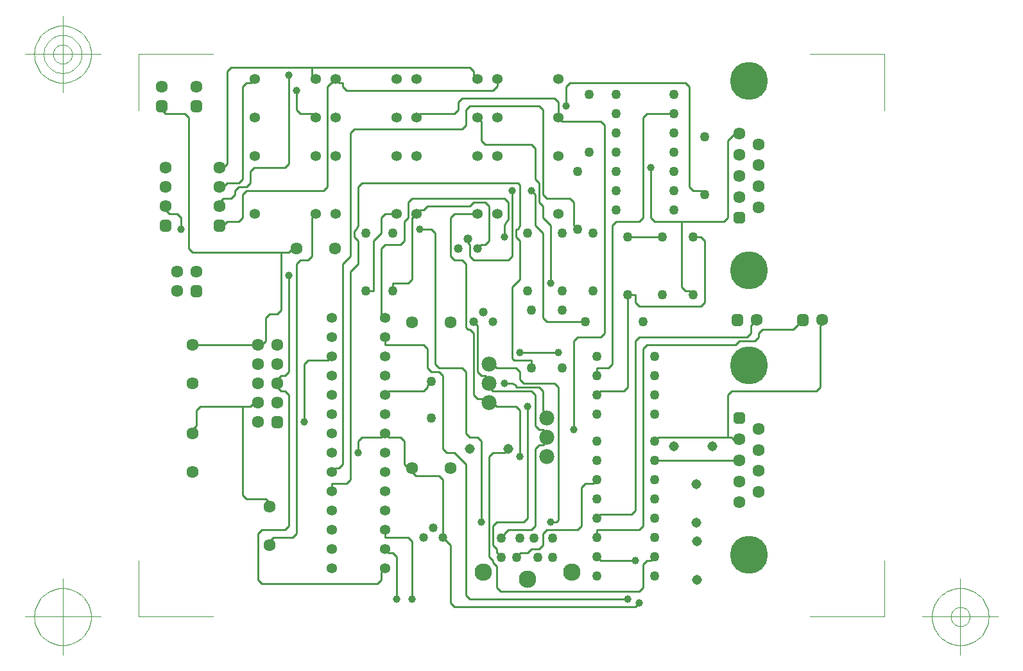
<source format=gbr>
G04 Generated by Ultiboard *
%FSLAX25Y25*%
%MOIN*%

%ADD14C,0.01000*%
%ADD13C,0.00394*%
%ADD15C,0.03937*%
%ADD23C,0.05000*%
%ADD26C,0.05337*%
%ADD19C,0.07834*%
%ADD16C,0.04943*%
%ADD17C,0.09055*%
%ADD18C,0.06334*%
%ADD24R,0.02083X0.02083*%
%ADD25C,0.03917*%
%ADD27C,0.04666*%
%ADD28C,0.05166*%
%ADD20C,0.19666*%
%ADD21R,0.02667X0.02667*%
%ADD22C,0.03333*%


%LNCopper Bottom*%
%LPD*%
%FSLAX25Y25*%
%MOIN*%
G54D14*
X250000Y312000D02*
X254000Y308000D01*
X254000Y322000D02*
X252000Y324000D01*
X252000Y324000D02*
X252000Y334000D01*
X252000Y334000D02*
X250000Y336000D01*
X260000Y378000D02*
X212000Y378000D01*
X260000Y230000D02*
X244000Y230000D01*
X298000Y118000D02*
X216000Y118000D01*
X302000Y114000D02*
X208000Y114000D01*
X254000Y206000D02*
X252000Y206000D01*
X252000Y206000D02*
X250000Y208000D01*
X254000Y198000D02*
X252000Y198000D01*
X252000Y198000D02*
X250000Y196000D01*
X262000Y246000D02*
X242000Y246000D01*
X254000Y226000D02*
X252000Y228000D01*
X252000Y228000D02*
X241000Y228000D01*
X254000Y146000D02*
X252000Y144000D01*
X252000Y144000D02*
X248000Y144000D01*
X254000Y372000D02*
X252000Y374000D01*
X252000Y374000D02*
X216000Y374000D01*
X304000Y122000D02*
X232000Y122000D01*
X198000Y240000D02*
X198000Y308000D01*
X218000Y256000D02*
X218000Y224000D01*
X126000Y292000D02*
X126000Y152000D01*
X172000Y250000D02*
X172000Y254000D01*
X110000Y264000D02*
X110000Y252000D01*
X110000Y252000D02*
X108000Y250000D01*
X220000Y236000D02*
X220000Y260000D01*
X238000Y243000D02*
X238000Y280000D01*
X154000Y288000D02*
X154000Y180000D01*
X122000Y286000D02*
X122000Y236000D01*
X150000Y292000D02*
X150000Y188000D01*
X126000Y152000D02*
X124000Y150000D01*
X168000Y126000D02*
X108000Y126000D01*
X108000Y126000D02*
X106000Y128000D01*
X98000Y172000D02*
X98000Y218000D01*
X122000Y156000D02*
X122000Y224000D01*
X120000Y154000D02*
X122000Y156000D01*
X108000Y154000D02*
X120000Y154000D01*
X106000Y128000D02*
X106000Y152000D01*
X106000Y152000D02*
X108000Y154000D01*
X124000Y150000D02*
X114000Y150000D01*
X114000Y150000D02*
X112000Y148000D01*
X112000Y148000D02*
X112000Y146000D01*
X112000Y168000D02*
X110000Y170000D01*
X110000Y170000D02*
X100000Y170000D01*
X100000Y170000D02*
X98000Y172000D01*
X112000Y166000D02*
X112000Y168000D01*
X102000Y218000D02*
X76000Y218000D01*
X106000Y250000D02*
X72000Y250000D01*
X74000Y208000D02*
X72000Y206000D01*
X72000Y206000D02*
X72000Y204000D01*
X76000Y218000D02*
X74000Y216000D01*
X74000Y216000D02*
X74000Y208000D01*
X106000Y220000D02*
X104000Y220000D01*
X104000Y220000D02*
X102000Y218000D01*
X108000Y250000D02*
X106000Y250000D01*
X122000Y236000D02*
X120000Y234000D01*
X122000Y224000D02*
X120000Y226000D01*
X120000Y226000D02*
X118000Y226000D01*
X118000Y226000D02*
X116000Y228000D01*
X116000Y228000D02*
X116000Y230000D01*
X120000Y234000D02*
X118000Y234000D01*
X118000Y234000D02*
X116000Y232000D01*
X116000Y232000D02*
X116000Y230000D01*
X214000Y120000D02*
X214000Y188000D01*
X178000Y118000D02*
X178000Y140000D01*
X206000Y116000D02*
X206000Y146000D01*
X186000Y118000D02*
X186000Y148000D01*
X170000Y128000D02*
X168000Y126000D01*
X230000Y124000D02*
X230000Y135000D01*
X208000Y114000D02*
X206000Y116000D01*
X216000Y118000D02*
X214000Y120000D01*
X232000Y122000D02*
X230000Y124000D01*
X192000Y250000D02*
X172000Y250000D01*
X200000Y182000D02*
X188000Y182000D01*
X188000Y182000D02*
X186000Y184000D01*
X192000Y226000D02*
X174000Y226000D01*
X184000Y186000D02*
X182000Y188000D01*
X182000Y188000D02*
X182000Y200000D01*
X150000Y188000D02*
X148000Y186000D01*
X144441Y178000D02*
X144441Y174000D01*
X154000Y180000D02*
X152000Y178000D01*
X152000Y178000D02*
X144441Y178000D01*
X148000Y186000D02*
X146000Y186000D01*
X146000Y186000D02*
X146000Y185559D01*
X146000Y185559D02*
X144441Y184000D01*
X176000Y142000D02*
X174000Y142000D01*
X174000Y142000D02*
X172000Y144000D01*
X184000Y150000D02*
X172000Y150000D01*
X172000Y150000D02*
X172000Y154000D01*
X172000Y134000D02*
X170000Y132000D01*
X170000Y132000D02*
X170000Y128000D01*
X178000Y140000D02*
X176000Y142000D01*
X186000Y148000D02*
X184000Y150000D01*
X186000Y184000D02*
X186000Y186000D01*
X186000Y186000D02*
X184000Y186000D01*
X160000Y202000D02*
X158000Y200000D01*
X158000Y200000D02*
X158000Y194000D01*
X130000Y240000D02*
X130000Y210000D01*
X144441Y244000D02*
X142441Y242000D01*
X142441Y242000D02*
X132000Y242000D01*
X132000Y242000D02*
X130000Y240000D01*
X180000Y202000D02*
X174000Y202000D01*
X174000Y202000D02*
X172000Y204000D01*
X172000Y204000D02*
X170000Y202000D01*
X170000Y202000D02*
X160000Y202000D01*
X182000Y200000D02*
X180000Y202000D01*
X174000Y226000D02*
X172000Y224000D01*
X222000Y158000D02*
X222000Y200000D01*
X214000Y188000D02*
X208000Y194000D01*
X250000Y196000D02*
X250000Y156000D01*
X246000Y218000D02*
X246000Y160000D01*
X226000Y140000D02*
X226000Y192000D01*
X202000Y150000D02*
X202000Y180000D01*
X206000Y146000D02*
X202000Y150000D01*
X202000Y180000D02*
X200000Y182000D01*
X250000Y156000D02*
X248000Y154000D01*
X246000Y160000D02*
X244000Y158000D01*
X244000Y158000D02*
X230000Y158000D01*
X230000Y158000D02*
X228000Y156000D01*
X228000Y156000D02*
X228000Y146000D01*
X248000Y154000D02*
X236000Y154000D01*
X236000Y154000D02*
X234000Y152000D01*
X230000Y144000D02*
X230000Y142000D01*
X230000Y142000D02*
X230315Y142000D01*
X230315Y142000D02*
X232409Y139906D01*
X230000Y135000D02*
X228000Y137000D01*
X228000Y137000D02*
X228000Y138000D01*
X228000Y138000D02*
X226000Y140000D01*
X234000Y152000D02*
X234000Y151339D01*
X234000Y151339D02*
X232409Y149748D01*
X228000Y146000D02*
X230000Y144000D01*
X248000Y144000D02*
X246000Y142000D01*
X246000Y142000D02*
X242000Y142000D01*
X242000Y142000D02*
X242000Y141583D01*
X242000Y141583D02*
X240323Y139906D01*
X222000Y200000D02*
X220000Y202000D01*
X220000Y202000D02*
X216000Y202000D01*
X218000Y224000D02*
X220000Y222000D01*
X220000Y222000D02*
X222000Y222000D01*
X222000Y234000D02*
X220000Y236000D01*
X214000Y204000D02*
X214000Y236000D01*
X202000Y196000D02*
X202000Y234000D01*
X208000Y194000D02*
X204000Y194000D01*
X204000Y194000D02*
X202000Y196000D01*
X216000Y202000D02*
X214000Y204000D01*
X212000Y238000D02*
X200000Y238000D01*
X202000Y234000D02*
X200000Y236000D01*
X200000Y236000D02*
X196000Y236000D01*
X196000Y236000D02*
X194000Y238000D01*
X196000Y231167D02*
X194000Y229167D01*
X194000Y229167D02*
X194000Y228000D01*
X194000Y228000D02*
X192000Y226000D01*
X200000Y238000D02*
X198000Y240000D01*
X194000Y238000D02*
X194000Y248000D01*
X194000Y248000D02*
X192000Y250000D01*
X214000Y236000D02*
X212000Y238000D01*
X230000Y218000D02*
X228000Y220000D01*
X228000Y220000D02*
X226000Y220000D01*
X222000Y222000D02*
X224000Y220000D01*
X224000Y220000D02*
X226000Y220000D01*
X250000Y208000D02*
X250000Y224000D01*
X240000Y218000D02*
X230000Y218000D01*
X234000Y194000D02*
X236000Y196000D01*
X226000Y192000D02*
X228000Y194000D01*
X228000Y194000D02*
X234000Y194000D01*
X242000Y192000D02*
X242000Y216000D01*
X242000Y216000D02*
X240000Y218000D01*
X240000Y238000D02*
X230000Y238000D01*
X248000Y226000D02*
X228000Y226000D01*
X238000Y230000D02*
X234000Y230000D01*
X226000Y230000D02*
X226000Y232000D01*
X226000Y232000D02*
X224000Y234000D01*
X224000Y234000D02*
X222000Y234000D01*
X228000Y226000D02*
X226000Y228000D01*
X226000Y228000D02*
X226000Y230000D01*
X230000Y238000D02*
X228000Y240000D01*
X228000Y240000D02*
X226000Y240000D01*
X242000Y232000D02*
X242000Y236000D01*
X242000Y236000D02*
X240000Y238000D01*
X244000Y230000D02*
X242000Y232000D01*
X250000Y224000D02*
X248000Y226000D01*
X241000Y228000D02*
X240000Y228000D01*
X240000Y228000D02*
X240000Y229000D01*
X240000Y229000D02*
X238000Y230000D01*
X248000Y238000D02*
X248000Y242000D01*
X248000Y242000D02*
X239000Y242000D01*
X239000Y242000D02*
X238000Y243000D01*
X134000Y394000D02*
X92000Y394000D01*
X128000Y370000D02*
X126000Y372000D01*
X126000Y372000D02*
X126000Y382000D01*
X128000Y294000D02*
X126000Y292000D01*
X126000Y300000D02*
X124000Y300000D01*
X140000Y330000D02*
X100000Y330000D01*
X90000Y392000D02*
X90000Y344000D01*
X98000Y384000D02*
X98000Y336000D01*
X122000Y390000D02*
X122000Y344000D01*
X68000Y370000D02*
X58000Y370000D01*
X66000Y316000D02*
X64000Y318000D01*
X64000Y318000D02*
X60000Y318000D01*
X60000Y318000D02*
X58000Y320000D01*
X58000Y320000D02*
X58000Y322000D01*
X58000Y370000D02*
X56000Y372000D01*
X56000Y372000D02*
X56000Y374000D01*
X70000Y300000D02*
X70000Y368000D01*
X66000Y310000D02*
X66000Y316000D01*
X98000Y328000D02*
X98000Y316000D01*
X98000Y316000D02*
X96000Y314000D01*
X96000Y314000D02*
X90000Y314000D01*
X90000Y314000D02*
X88000Y312000D01*
X118000Y298000D02*
X72000Y298000D01*
X72000Y298000D02*
X70000Y300000D01*
X88000Y312000D02*
X86000Y312000D01*
X118000Y298000D02*
X118000Y268000D01*
X112000Y266000D02*
X110000Y264000D01*
X118000Y268000D02*
X116000Y266000D01*
X116000Y266000D02*
X112000Y266000D01*
X124000Y300000D02*
X122000Y298000D01*
X122000Y298000D02*
X118000Y298000D01*
X96000Y334000D02*
X90000Y334000D01*
X96000Y332000D02*
X94000Y330000D01*
X94000Y330000D02*
X94000Y328000D01*
X94000Y328000D02*
X92000Y326000D01*
X90000Y334000D02*
X88000Y332000D01*
X88000Y332000D02*
X86000Y332000D01*
X92000Y326000D02*
X88000Y326000D01*
X88000Y326000D02*
X86000Y324000D01*
X86000Y324000D02*
X86000Y322000D01*
X90000Y344000D02*
X88000Y342000D01*
X88000Y342000D02*
X86000Y342000D01*
X70000Y368000D02*
X68000Y370000D01*
X120000Y342000D02*
X104000Y342000D01*
X100000Y330000D02*
X98000Y328000D01*
X102000Y334000D02*
X100000Y332000D01*
X100000Y332000D02*
X96000Y332000D01*
X98000Y336000D02*
X96000Y334000D01*
X104000Y342000D02*
X102000Y340000D01*
X102000Y340000D02*
X102000Y334000D01*
X122000Y344000D02*
X120000Y342000D01*
X92000Y394000D02*
X90000Y392000D01*
X104567Y388000D02*
X102567Y386000D01*
X102567Y386000D02*
X100000Y386000D01*
X100000Y386000D02*
X98000Y384000D01*
X212000Y378000D02*
X210000Y376000D01*
X142000Y384000D02*
X142000Y332000D01*
X190567Y370000D02*
X188567Y368000D01*
X196000Y310000D02*
X190000Y310000D01*
X188567Y318000D02*
X186567Y316000D01*
X190567Y320000D02*
X188567Y318000D01*
X241000Y334000D02*
X160000Y334000D01*
X212000Y362000D02*
X156000Y362000D01*
X234000Y326000D02*
X186000Y326000D01*
X186567Y316000D02*
X186000Y316000D01*
X186000Y316000D02*
X186000Y284000D01*
X136063Y318000D02*
X134063Y316000D01*
X134063Y316000D02*
X134000Y316000D01*
X134000Y316000D02*
X134000Y296000D01*
X158000Y332000D02*
X158000Y312000D01*
X172000Y318000D02*
X170000Y316000D01*
X170000Y316000D02*
X170000Y308000D01*
X154000Y360000D02*
X154000Y296000D01*
X184000Y324000D02*
X184000Y316000D01*
X184000Y316000D02*
X182000Y314000D01*
X182000Y314000D02*
X182000Y304000D01*
X158000Y312000D02*
X157000Y310000D01*
X157000Y310000D02*
X156000Y309000D01*
X156000Y309000D02*
X156000Y306000D01*
X156000Y306000D02*
X158000Y304000D01*
X158000Y304000D02*
X158000Y292000D01*
X158000Y292000D02*
X154000Y288000D01*
X134000Y296000D02*
X132000Y294000D01*
X132000Y294000D02*
X128000Y294000D01*
X154000Y296000D02*
X150000Y292000D01*
X186000Y284000D02*
X184000Y282000D01*
X184000Y282000D02*
X176000Y282000D01*
X176000Y282000D02*
X176000Y278000D01*
X166000Y304000D02*
X166000Y278000D01*
X170000Y300000D02*
X170000Y266000D01*
X170000Y266000D02*
X172000Y264000D01*
X166000Y278000D02*
X162000Y278000D01*
X180000Y302000D02*
X172000Y302000D01*
X172000Y302000D02*
X170000Y300000D01*
X170000Y308000D02*
X166000Y304000D01*
X182000Y304000D02*
X180000Y302000D01*
X160000Y334000D02*
X158000Y332000D01*
X156000Y362000D02*
X154000Y360000D01*
X142000Y332000D02*
X140000Y330000D01*
X136063Y368000D02*
X134063Y370000D01*
X134063Y370000D02*
X128000Y370000D01*
X178063Y318000D02*
X172000Y318000D01*
X186000Y326000D02*
X184000Y324000D01*
X250000Y328000D02*
X250000Y312000D01*
X208000Y318000D02*
X206000Y316000D01*
X206000Y316000D02*
X206000Y296000D01*
X238000Y330000D02*
X238000Y296000D01*
X226000Y304000D02*
X226000Y322000D01*
X242000Y312000D02*
X242000Y333000D01*
X234000Y312000D02*
X235000Y314000D01*
X235000Y314000D02*
X236000Y315000D01*
X236000Y315000D02*
X236000Y324000D01*
X236000Y294000D02*
X218000Y294000D01*
X220000Y260000D02*
X218000Y262000D01*
X220000Y300000D02*
X222000Y302000D01*
X214000Y292000D02*
X214000Y259000D01*
X214000Y259000D02*
X215000Y258000D01*
X215000Y258000D02*
X216000Y258000D01*
X216000Y258000D02*
X218000Y256000D01*
X206000Y296000D02*
X208000Y294000D01*
X198000Y308000D02*
X196000Y310000D01*
X216000Y296000D02*
X216000Y302000D01*
X208000Y294000D02*
X212000Y294000D01*
X212000Y294000D02*
X214000Y292000D01*
X218000Y294000D02*
X216000Y296000D01*
X216000Y302000D02*
X215000Y303000D01*
X215000Y303000D02*
X215000Y305000D01*
X238000Y280000D02*
X242000Y284000D01*
X242000Y284000D02*
X242000Y304000D01*
X238000Y296000D02*
X236000Y294000D01*
X222000Y302000D02*
X224000Y302000D01*
X224000Y302000D02*
X226000Y304000D01*
X234000Y306000D02*
X234000Y312000D01*
X242000Y304000D02*
X240000Y306000D01*
X240000Y306000D02*
X240000Y309000D01*
X240000Y309000D02*
X240000Y310000D01*
X240000Y310000D02*
X241000Y310000D01*
X241000Y310000D02*
X242000Y312000D01*
X222000Y366063D02*
X220063Y368000D01*
X220063Y318000D02*
X208000Y318000D01*
X224000Y324000D02*
X218000Y324000D01*
X216000Y322000D02*
X194000Y322000D01*
X194000Y322000D02*
X192000Y320000D01*
X192000Y320000D02*
X190567Y320000D01*
X218000Y324000D02*
X216000Y322000D01*
X208000Y370000D02*
X190567Y370000D01*
X214000Y364000D02*
X212000Y362000D01*
X210000Y376000D02*
X210000Y372000D01*
X210000Y372000D02*
X208000Y370000D01*
X216000Y374000D02*
X214000Y372000D01*
X214000Y372000D02*
X214000Y364000D01*
X250000Y336000D02*
X250000Y352000D01*
X236000Y324000D02*
X234000Y326000D01*
X226000Y322000D02*
X224000Y324000D01*
X248000Y330000D02*
X250000Y328000D01*
X242000Y333000D02*
X241000Y334000D01*
X248000Y354000D02*
X224000Y354000D01*
X222000Y356000D02*
X222000Y366063D01*
X224000Y354000D02*
X222000Y356000D01*
X250000Y352000D02*
X248000Y354000D01*
X228000Y382000D02*
X152000Y382000D01*
X216000Y394000D02*
X134000Y394000D01*
X144000Y386000D02*
X142000Y384000D01*
X134000Y390000D02*
X134000Y394000D01*
X136063Y388000D02*
X134063Y390000D01*
X134063Y390000D02*
X134000Y390000D01*
X152000Y382000D02*
X150000Y384000D01*
X150000Y384000D02*
X150000Y386000D01*
X150000Y386000D02*
X148567Y386000D01*
X148567Y386000D02*
X146567Y388000D01*
X146567Y388000D02*
X144567Y386000D01*
X144567Y386000D02*
X144000Y386000D01*
X220063Y388000D02*
X218063Y390000D01*
X218000Y392000D02*
X216000Y394000D01*
X218063Y390000D02*
X218000Y390000D01*
X218000Y390000D02*
X218000Y392000D01*
X230567Y388000D02*
X230567Y384567D01*
X230567Y384567D02*
X228000Y382000D01*
X366000Y254000D02*
X364000Y252000D01*
X364000Y252000D02*
X356000Y252000D01*
X356000Y252000D02*
X354000Y250000D01*
X298000Y276000D02*
X298000Y228000D01*
X398000Y260000D02*
X398000Y228000D01*
X304000Y254000D02*
X302000Y252000D01*
X302000Y252000D02*
X302000Y164000D01*
X290000Y312000D02*
X290000Y240000D01*
X272000Y254000D02*
X270000Y252000D01*
X270000Y252000D02*
X270000Y206000D01*
X396000Y226000D02*
X352000Y226000D01*
X306000Y136000D02*
X306000Y124000D01*
X304000Y116000D02*
X302000Y114000D01*
X306000Y124000D02*
X304000Y122000D01*
X354000Y250000D02*
X308000Y250000D01*
X352000Y190000D02*
X312000Y190000D01*
X352000Y202000D02*
X314000Y202000D01*
X314000Y202000D02*
X312000Y200000D01*
X306000Y248000D02*
X306000Y156000D01*
X262000Y159000D02*
X262000Y228000D01*
X304000Y154000D02*
X282000Y154000D01*
X282000Y154000D02*
X282000Y150000D01*
X300000Y162000D02*
X284000Y162000D01*
X284000Y162000D02*
X282000Y160000D01*
X282000Y140000D02*
X284000Y138000D01*
X284000Y138000D02*
X302000Y138000D01*
X282000Y180000D02*
X280000Y178000D01*
X258000Y158000D02*
X261000Y158000D01*
X261000Y158000D02*
X262000Y159000D01*
X274000Y176000D02*
X274000Y156000D01*
X274000Y156000D02*
X272000Y154000D01*
X272000Y154000D02*
X256000Y154000D01*
X256000Y154000D02*
X254000Y152000D01*
X254000Y152000D02*
X254000Y146000D01*
X280000Y178000D02*
X276000Y178000D01*
X276000Y178000D02*
X274000Y176000D01*
X306000Y156000D02*
X304000Y154000D01*
X312000Y140000D02*
X310000Y138000D01*
X310000Y138000D02*
X308000Y138000D01*
X308000Y138000D02*
X306000Y136000D01*
X302000Y164000D02*
X300000Y162000D01*
X296000Y226000D02*
X284000Y226000D01*
X284000Y226000D02*
X282000Y224000D01*
X288000Y238000D02*
X282000Y238000D01*
X282000Y238000D02*
X282000Y234000D01*
X254000Y216000D02*
X254000Y226000D01*
X256000Y202000D02*
X256000Y204000D01*
X256000Y204000D02*
X254000Y206000D01*
X256000Y202000D02*
X256000Y200000D01*
X256000Y200000D02*
X254000Y198000D01*
X256000Y212000D02*
X256000Y214000D01*
X256000Y214000D02*
X254000Y216000D01*
X262000Y228000D02*
X260000Y230000D01*
X298000Y228000D02*
X296000Y226000D01*
X290000Y240000D02*
X288000Y238000D01*
X308000Y250000D02*
X306000Y248000D01*
X356000Y190167D02*
X352167Y190167D01*
X352167Y190167D02*
X352000Y190000D01*
X350000Y224000D02*
X350000Y202000D01*
X356000Y201083D02*
X352917Y201083D01*
X352917Y201083D02*
X352000Y202000D01*
X352000Y226000D02*
X350000Y224000D01*
X398000Y228000D02*
X396000Y226000D01*
X384000Y258000D02*
X368000Y258000D01*
X330000Y332000D02*
X330000Y384000D01*
X266000Y384000D02*
X266000Y374000D01*
X262000Y376000D02*
X260000Y378000D01*
X360000Y254000D02*
X304000Y254000D01*
X348000Y314000D02*
X312000Y314000D01*
X336000Y270000D02*
X304000Y270000D01*
X322000Y370000D02*
X308000Y370000D01*
X316000Y306000D02*
X298000Y306000D01*
X258000Y312000D02*
X254000Y316000D01*
X254000Y316000D02*
X254000Y322000D01*
X312000Y314000D02*
X310000Y316000D01*
X310000Y316000D02*
X310000Y342000D01*
X306000Y368000D02*
X306000Y316000D01*
X306000Y316000D02*
X304000Y314000D01*
X304000Y314000D02*
X292000Y314000D01*
X292000Y314000D02*
X290000Y312000D01*
X286000Y364000D02*
X286000Y256000D01*
X270000Y312000D02*
X270000Y324000D01*
X286000Y256000D02*
X284000Y254000D01*
X284000Y254000D02*
X272000Y254000D01*
X254000Y308000D02*
X254000Y264000D01*
X258000Y282000D02*
X258000Y312000D01*
X256000Y262000D02*
X276000Y262000D01*
X254000Y264000D02*
X256000Y262000D01*
X272000Y310000D02*
X270000Y312000D01*
X302000Y276000D02*
X298000Y276000D01*
X304000Y270000D02*
X302000Y272000D01*
X302000Y272000D02*
X302000Y276000D01*
X264000Y366000D02*
X284000Y366000D01*
X284000Y366000D02*
X286000Y364000D01*
X254000Y328000D02*
X254000Y372000D01*
X270000Y324000D02*
X268000Y326000D01*
X268000Y326000D02*
X256000Y326000D01*
X256000Y326000D02*
X254000Y328000D01*
X262063Y368000D02*
X262063Y371937D01*
X262063Y371937D02*
X262000Y372000D01*
X262000Y372000D02*
X262000Y376000D01*
X262063Y368000D02*
X264000Y366063D01*
X264000Y366063D02*
X264000Y366000D01*
X308000Y370000D02*
X306000Y368000D01*
X326000Y280000D02*
X326000Y314000D01*
X350000Y356000D02*
X350000Y316000D01*
X350000Y316000D02*
X348000Y314000D01*
X338000Y304000D02*
X338000Y272000D01*
X332000Y276000D02*
X330000Y278000D01*
X330000Y278000D02*
X328000Y278000D01*
X328000Y278000D02*
X326000Y280000D01*
X338000Y272000D02*
X336000Y270000D01*
X332000Y306000D02*
X336000Y306000D01*
X336000Y306000D02*
X338000Y304000D01*
X365000Y263000D02*
X362000Y260000D01*
X362000Y260000D02*
X362000Y256000D01*
X362000Y256000D02*
X360000Y254000D01*
X368000Y258000D02*
X366000Y256000D01*
X366000Y256000D02*
X366000Y254000D01*
X336000Y330000D02*
X332000Y330000D01*
X332000Y330000D02*
X330000Y332000D01*
X338000Y328000D02*
X336000Y330000D01*
X356000Y359667D02*
X353667Y359667D01*
X353667Y359667D02*
X350000Y356000D01*
X328000Y386000D02*
X268000Y386000D01*
X268000Y386000D02*
X266000Y384000D01*
X330000Y384000D02*
X328000Y386000D01*
X389000Y263000D02*
X386000Y260000D01*
X386000Y260000D02*
X384000Y258000D01*
X399000Y263000D02*
X399000Y261000D01*
X399000Y261000D02*
X398000Y260000D01*
G54D13*
X44000Y108994D02*
X44000Y138194D01*
X44000Y108994D02*
X82751Y108994D01*
X431507Y108994D02*
X392757Y108994D01*
X431507Y108994D02*
X431507Y138194D01*
X431507Y401000D02*
X431507Y371799D01*
X431507Y401000D02*
X392757Y401000D01*
X44000Y401000D02*
X82751Y401000D01*
X44000Y401000D02*
X44000Y371799D01*
X24315Y108994D02*
X-15055Y108994D01*
X4630Y89309D02*
X4630Y128679D01*
X19394Y108994D02*
X19323Y110441D01*
X19323Y110441D02*
X19110Y111874D01*
X19110Y111874D02*
X18758Y113279D01*
X18758Y113279D02*
X18270Y114644D01*
X18270Y114644D02*
X17650Y115953D01*
X17650Y115953D02*
X16906Y117196D01*
X16906Y117196D02*
X16042Y118360D01*
X16042Y118360D02*
X15069Y119433D01*
X15069Y119433D02*
X13996Y120406D01*
X13996Y120406D02*
X12832Y121269D01*
X12832Y121269D02*
X11590Y122014D01*
X11590Y122014D02*
X10280Y122634D01*
X10280Y122634D02*
X8916Y123122D01*
X8916Y123122D02*
X7510Y123474D01*
X7510Y123474D02*
X6077Y123686D01*
X6077Y123686D02*
X4630Y123757D01*
X4630Y123757D02*
X3183Y123686D01*
X3183Y123686D02*
X1750Y123474D01*
X1750Y123474D02*
X344Y123122D01*
X344Y123122D02*
X-1020Y122634D01*
X-1020Y122634D02*
X-2330Y122014D01*
X-2330Y122014D02*
X-3572Y121269D01*
X-3572Y121269D02*
X-4736Y120406D01*
X-4736Y120406D02*
X-5810Y119433D01*
X-5810Y119433D02*
X-6783Y118360D01*
X-6783Y118360D02*
X-7646Y117196D01*
X-7646Y117196D02*
X-8391Y115953D01*
X-8391Y115953D02*
X-9010Y114644D01*
X-9010Y114644D02*
X-9498Y113279D01*
X-9498Y113279D02*
X-9850Y111874D01*
X-9850Y111874D02*
X-10063Y110441D01*
X-10063Y110441D02*
X-10134Y108994D01*
X-10134Y108994D02*
X-10063Y107547D01*
X-10063Y107547D02*
X-9850Y106113D01*
X-9850Y106113D02*
X-9498Y104708D01*
X-9498Y104708D02*
X-9010Y103344D01*
X-9010Y103344D02*
X-8391Y102034D01*
X-8391Y102034D02*
X-7646Y100791D01*
X-7646Y100791D02*
X-6783Y99628D01*
X-6783Y99628D02*
X-5810Y98554D01*
X-5810Y98554D02*
X-4736Y97581D01*
X-4736Y97581D02*
X-3572Y96718D01*
X-3572Y96718D02*
X-2330Y95973D01*
X-2330Y95973D02*
X-1020Y95354D01*
X-1020Y95354D02*
X344Y94866D01*
X344Y94866D02*
X1750Y94514D01*
X1750Y94514D02*
X3183Y94301D01*
X3183Y94301D02*
X4630Y94230D01*
X4630Y94230D02*
X6077Y94301D01*
X6077Y94301D02*
X7510Y94514D01*
X7510Y94514D02*
X8916Y94866D01*
X8916Y94866D02*
X10280Y95354D01*
X10280Y95354D02*
X11590Y95973D01*
X11590Y95973D02*
X12832Y96718D01*
X12832Y96718D02*
X13996Y97581D01*
X13996Y97581D02*
X15069Y98554D01*
X15069Y98554D02*
X16042Y99628D01*
X16042Y99628D02*
X16906Y100791D01*
X16906Y100791D02*
X17650Y102034D01*
X17650Y102034D02*
X18270Y103344D01*
X18270Y103344D02*
X18758Y104708D01*
X18758Y104708D02*
X19110Y106113D01*
X19110Y106113D02*
X19323Y107547D01*
X19323Y107547D02*
X19394Y108994D01*
X451193Y108994D02*
X490563Y108994D01*
X470878Y89309D02*
X470878Y128679D01*
X485641Y108994D02*
X485570Y110441D01*
X485570Y110441D02*
X485358Y111874D01*
X485358Y111874D02*
X485006Y113279D01*
X485006Y113279D02*
X484518Y114644D01*
X484518Y114644D02*
X483898Y115953D01*
X483898Y115953D02*
X483153Y117196D01*
X483153Y117196D02*
X482290Y118360D01*
X482290Y118360D02*
X481317Y119433D01*
X481317Y119433D02*
X480244Y120406D01*
X480244Y120406D02*
X479080Y121269D01*
X479080Y121269D02*
X477837Y122014D01*
X477837Y122014D02*
X476527Y122634D01*
X476527Y122634D02*
X475163Y123122D01*
X475163Y123122D02*
X473758Y123474D01*
X473758Y123474D02*
X472325Y123686D01*
X472325Y123686D02*
X470878Y123757D01*
X470878Y123757D02*
X469430Y123686D01*
X469430Y123686D02*
X467997Y123474D01*
X467997Y123474D02*
X466592Y123122D01*
X466592Y123122D02*
X465228Y122634D01*
X465228Y122634D02*
X463918Y122014D01*
X463918Y122014D02*
X462675Y121269D01*
X462675Y121269D02*
X461512Y120406D01*
X461512Y120406D02*
X460438Y119433D01*
X460438Y119433D02*
X459465Y118360D01*
X459465Y118360D02*
X458602Y117196D01*
X458602Y117196D02*
X457857Y115953D01*
X457857Y115953D02*
X457238Y114644D01*
X457238Y114644D02*
X456750Y113279D01*
X456750Y113279D02*
X456397Y111874D01*
X456397Y111874D02*
X456185Y110441D01*
X456185Y110441D02*
X456114Y108994D01*
X456114Y108994D02*
X456185Y107547D01*
X456185Y107547D02*
X456397Y106113D01*
X456397Y106113D02*
X456750Y104708D01*
X456750Y104708D02*
X457238Y103344D01*
X457238Y103344D02*
X457857Y102034D01*
X457857Y102034D02*
X458602Y100791D01*
X458602Y100791D02*
X459465Y99628D01*
X459465Y99628D02*
X460438Y98554D01*
X460438Y98554D02*
X461512Y97581D01*
X461512Y97581D02*
X462675Y96718D01*
X462675Y96718D02*
X463918Y95973D01*
X463918Y95973D02*
X465228Y95354D01*
X465228Y95354D02*
X466592Y94866D01*
X466592Y94866D02*
X467997Y94514D01*
X467997Y94514D02*
X469430Y94301D01*
X469430Y94301D02*
X470878Y94230D01*
X470878Y94230D02*
X472325Y94301D01*
X472325Y94301D02*
X473758Y94514D01*
X473758Y94514D02*
X475163Y94866D01*
X475163Y94866D02*
X476527Y95354D01*
X476527Y95354D02*
X477837Y95973D01*
X477837Y95973D02*
X479080Y96718D01*
X479080Y96718D02*
X480244Y97581D01*
X480244Y97581D02*
X481317Y98554D01*
X481317Y98554D02*
X482290Y99628D01*
X482290Y99628D02*
X483153Y100791D01*
X483153Y100791D02*
X483898Y102034D01*
X483898Y102034D02*
X484518Y103344D01*
X484518Y103344D02*
X485006Y104708D01*
X485006Y104708D02*
X485358Y106113D01*
X485358Y106113D02*
X485570Y107547D01*
X485570Y107547D02*
X485641Y108994D01*
X475799Y108994D02*
X475775Y109476D01*
X475775Y109476D02*
X475704Y109954D01*
X475704Y109954D02*
X475587Y110422D01*
X475587Y110422D02*
X475424Y110877D01*
X475424Y110877D02*
X475218Y111314D01*
X475218Y111314D02*
X474969Y111728D01*
X474969Y111728D02*
X474682Y112116D01*
X474682Y112116D02*
X474357Y112474D01*
X474357Y112474D02*
X474000Y112798D01*
X474000Y112798D02*
X473612Y113086D01*
X473612Y113086D02*
X473197Y113334D01*
X473197Y113334D02*
X472761Y113540D01*
X472761Y113540D02*
X472306Y113703D01*
X472306Y113703D02*
X471838Y113820D01*
X471838Y113820D02*
X471360Y113891D01*
X471360Y113891D02*
X470878Y113915D01*
X470878Y113915D02*
X470395Y113891D01*
X470395Y113891D02*
X469917Y113820D01*
X469917Y113820D02*
X469449Y113703D01*
X469449Y113703D02*
X468994Y113540D01*
X468994Y113540D02*
X468558Y113334D01*
X468558Y113334D02*
X468143Y113086D01*
X468143Y113086D02*
X467756Y112798D01*
X467756Y112798D02*
X467398Y112474D01*
X467398Y112474D02*
X467073Y112116D01*
X467073Y112116D02*
X466786Y111728D01*
X466786Y111728D02*
X466537Y111314D01*
X466537Y111314D02*
X466331Y110877D01*
X466331Y110877D02*
X466168Y110422D01*
X466168Y110422D02*
X466051Y109954D01*
X466051Y109954D02*
X465980Y109476D01*
X465980Y109476D02*
X465956Y108994D01*
X465956Y108994D02*
X465980Y108511D01*
X465980Y108511D02*
X466051Y108034D01*
X466051Y108034D02*
X466168Y107565D01*
X466168Y107565D02*
X466331Y107110D01*
X466331Y107110D02*
X466537Y106674D01*
X466537Y106674D02*
X466786Y106260D01*
X466786Y106260D02*
X467073Y105872D01*
X467073Y105872D02*
X467398Y105514D01*
X467398Y105514D02*
X467756Y105190D01*
X467756Y105190D02*
X468143Y104902D01*
X468143Y104902D02*
X468558Y104654D01*
X468558Y104654D02*
X468994Y104447D01*
X468994Y104447D02*
X469449Y104284D01*
X469449Y104284D02*
X469917Y104167D01*
X469917Y104167D02*
X470395Y104096D01*
X470395Y104096D02*
X470878Y104072D01*
X470878Y104072D02*
X471360Y104096D01*
X471360Y104096D02*
X471838Y104167D01*
X471838Y104167D02*
X472306Y104284D01*
X472306Y104284D02*
X472761Y104447D01*
X472761Y104447D02*
X473197Y104654D01*
X473197Y104654D02*
X473612Y104902D01*
X473612Y104902D02*
X474000Y105190D01*
X474000Y105190D02*
X474357Y105514D01*
X474357Y105514D02*
X474682Y105872D01*
X474682Y105872D02*
X474969Y106260D01*
X474969Y106260D02*
X475218Y106674D01*
X475218Y106674D02*
X475424Y107110D01*
X475424Y107110D02*
X475587Y107565D01*
X475587Y107565D02*
X475704Y108034D01*
X475704Y108034D02*
X475775Y108511D01*
X475775Y108511D02*
X475799Y108994D01*
X24315Y401000D02*
X-15055Y401000D01*
X4630Y381315D02*
X4630Y420685D01*
X19394Y401000D02*
X19323Y402447D01*
X19323Y402447D02*
X19110Y403880D01*
X19110Y403880D02*
X18758Y405286D01*
X18758Y405286D02*
X18270Y406650D01*
X18270Y406650D02*
X17650Y407960D01*
X17650Y407960D02*
X16906Y409202D01*
X16906Y409202D02*
X16042Y410366D01*
X16042Y410366D02*
X15069Y411440D01*
X15069Y411440D02*
X13996Y412413D01*
X13996Y412413D02*
X12832Y413276D01*
X12832Y413276D02*
X11590Y414020D01*
X11590Y414020D02*
X10280Y414640D01*
X10280Y414640D02*
X8916Y415128D01*
X8916Y415128D02*
X7510Y415480D01*
X7510Y415480D02*
X6077Y415693D01*
X6077Y415693D02*
X4630Y415764D01*
X4630Y415764D02*
X3183Y415693D01*
X3183Y415693D02*
X1750Y415480D01*
X1750Y415480D02*
X344Y415128D01*
X344Y415128D02*
X-1020Y414640D01*
X-1020Y414640D02*
X-2330Y414020D01*
X-2330Y414020D02*
X-3572Y413276D01*
X-3572Y413276D02*
X-4736Y412413D01*
X-4736Y412413D02*
X-5810Y411440D01*
X-5810Y411440D02*
X-6783Y410366D01*
X-6783Y410366D02*
X-7646Y409202D01*
X-7646Y409202D02*
X-8391Y407960D01*
X-8391Y407960D02*
X-9010Y406650D01*
X-9010Y406650D02*
X-9498Y405286D01*
X-9498Y405286D02*
X-9850Y403880D01*
X-9850Y403880D02*
X-10063Y402447D01*
X-10063Y402447D02*
X-10134Y401000D01*
X-10134Y401000D02*
X-10063Y399553D01*
X-10063Y399553D02*
X-9850Y398120D01*
X-9850Y398120D02*
X-9498Y396714D01*
X-9498Y396714D02*
X-9010Y395350D01*
X-9010Y395350D02*
X-8391Y394040D01*
X-8391Y394040D02*
X-7646Y392798D01*
X-7646Y392798D02*
X-6783Y391634D01*
X-6783Y391634D02*
X-5810Y390560D01*
X-5810Y390560D02*
X-4736Y389587D01*
X-4736Y389587D02*
X-3572Y388724D01*
X-3572Y388724D02*
X-2330Y387980D01*
X-2330Y387980D02*
X-1020Y387360D01*
X-1020Y387360D02*
X344Y386872D01*
X344Y386872D02*
X1750Y386520D01*
X1750Y386520D02*
X3183Y386307D01*
X3183Y386307D02*
X4630Y386236D01*
X4630Y386236D02*
X6077Y386307D01*
X6077Y386307D02*
X7510Y386520D01*
X7510Y386520D02*
X8916Y386872D01*
X8916Y386872D02*
X10280Y387360D01*
X10280Y387360D02*
X11590Y387980D01*
X11590Y387980D02*
X12832Y388724D01*
X12832Y388724D02*
X13996Y389587D01*
X13996Y389587D02*
X15069Y390560D01*
X15069Y390560D02*
X16042Y391634D01*
X16042Y391634D02*
X16906Y392798D01*
X16906Y392798D02*
X17650Y394040D01*
X17650Y394040D02*
X18270Y395350D01*
X18270Y395350D02*
X18758Y396714D01*
X18758Y396714D02*
X19110Y398120D01*
X19110Y398120D02*
X19323Y399553D01*
X19323Y399553D02*
X19394Y401000D01*
X14472Y401000D02*
X14425Y401965D01*
X14425Y401965D02*
X14283Y402920D01*
X14283Y402920D02*
X14049Y403857D01*
X14049Y403857D02*
X13723Y404767D01*
X13723Y404767D02*
X13310Y405640D01*
X13310Y405640D02*
X12814Y406468D01*
X12814Y406468D02*
X12238Y407244D01*
X12238Y407244D02*
X11590Y407960D01*
X11590Y407960D02*
X10874Y408608D01*
X10874Y408608D02*
X10098Y409184D01*
X10098Y409184D02*
X9270Y409680D01*
X9270Y409680D02*
X8396Y410093D01*
X8396Y410093D02*
X7487Y410419D01*
X7487Y410419D02*
X6550Y410653D01*
X6550Y410653D02*
X5595Y410795D01*
X5595Y410795D02*
X4630Y410843D01*
X4630Y410843D02*
X3665Y410795D01*
X3665Y410795D02*
X2710Y410653D01*
X2710Y410653D02*
X1773Y410419D01*
X1773Y410419D02*
X863Y410093D01*
X863Y410093D02*
X-10Y409680D01*
X-10Y409680D02*
X-838Y409184D01*
X-838Y409184D02*
X-1614Y408608D01*
X-1614Y408608D02*
X-2330Y407960D01*
X-2330Y407960D02*
X-2978Y407244D01*
X-2978Y407244D02*
X-3554Y406468D01*
X-3554Y406468D02*
X-4050Y405640D01*
X-4050Y405640D02*
X-4463Y404767D01*
X-4463Y404767D02*
X-4789Y403857D01*
X-4789Y403857D02*
X-5023Y402920D01*
X-5023Y402920D02*
X-5165Y401965D01*
X-5165Y401965D02*
X-5213Y401000D01*
X-5213Y401000D02*
X-5165Y400035D01*
X-5165Y400035D02*
X-5023Y399080D01*
X-5023Y399080D02*
X-4789Y398143D01*
X-4789Y398143D02*
X-4463Y397233D01*
X-4463Y397233D02*
X-4050Y396360D01*
X-4050Y396360D02*
X-3554Y395532D01*
X-3554Y395532D02*
X-2978Y394756D01*
X-2978Y394756D02*
X-2330Y394040D01*
X-2330Y394040D02*
X-1614Y393392D01*
X-1614Y393392D02*
X-838Y392816D01*
X-838Y392816D02*
X-10Y392320D01*
X-10Y392320D02*
X863Y391907D01*
X863Y391907D02*
X1773Y391581D01*
X1773Y391581D02*
X2710Y391347D01*
X2710Y391347D02*
X3665Y391205D01*
X3665Y391205D02*
X4630Y391157D01*
X4630Y391157D02*
X5595Y391205D01*
X5595Y391205D02*
X6550Y391347D01*
X6550Y391347D02*
X7487Y391581D01*
X7487Y391581D02*
X8396Y391907D01*
X8396Y391907D02*
X9270Y392320D01*
X9270Y392320D02*
X10098Y392816D01*
X10098Y392816D02*
X10874Y393392D01*
X10874Y393392D02*
X11590Y394040D01*
X11590Y394040D02*
X12238Y394756D01*
X12238Y394756D02*
X12814Y395532D01*
X12814Y395532D02*
X13310Y396360D01*
X13310Y396360D02*
X13723Y397233D01*
X13723Y397233D02*
X14049Y398143D01*
X14049Y398143D02*
X14283Y399080D01*
X14283Y399080D02*
X14425Y400035D01*
X14425Y400035D02*
X14472Y401000D01*
X9551Y401000D02*
X9527Y401482D01*
X9527Y401482D02*
X9457Y401960D01*
X9457Y401960D02*
X9339Y402429D01*
X9339Y402429D02*
X9177Y402883D01*
X9177Y402883D02*
X8970Y403320D01*
X8970Y403320D02*
X8722Y403734D01*
X8722Y403734D02*
X8434Y404122D01*
X8434Y404122D02*
X8110Y404480D01*
X8110Y404480D02*
X7752Y404804D01*
X7752Y404804D02*
X7364Y405092D01*
X7364Y405092D02*
X6950Y405340D01*
X6950Y405340D02*
X6513Y405547D01*
X6513Y405547D02*
X6058Y405709D01*
X6058Y405709D02*
X5590Y405827D01*
X5590Y405827D02*
X5112Y405898D01*
X5112Y405898D02*
X4630Y405921D01*
X4630Y405921D02*
X4148Y405898D01*
X4148Y405898D02*
X3670Y405827D01*
X3670Y405827D02*
X3201Y405709D01*
X3201Y405709D02*
X2747Y405547D01*
X2747Y405547D02*
X2310Y405340D01*
X2310Y405340D02*
X1896Y405092D01*
X1896Y405092D02*
X1508Y404804D01*
X1508Y404804D02*
X1150Y404480D01*
X1150Y404480D02*
X826Y404122D01*
X826Y404122D02*
X538Y403734D01*
X538Y403734D02*
X290Y403320D01*
X290Y403320D02*
X83Y402883D01*
X83Y402883D02*
X-79Y402429D01*
X-79Y402429D02*
X-197Y401960D01*
X-197Y401960D02*
X-268Y401482D01*
X-268Y401482D02*
X-291Y401000D01*
X-291Y401000D02*
X-268Y400518D01*
X-268Y400518D02*
X-197Y400040D01*
X-197Y400040D02*
X-79Y399571D01*
X-79Y399571D02*
X83Y399117D01*
X83Y399117D02*
X290Y398680D01*
X290Y398680D02*
X538Y398266D01*
X538Y398266D02*
X826Y397878D01*
X826Y397878D02*
X1150Y397520D01*
X1150Y397520D02*
X1508Y397196D01*
X1508Y397196D02*
X1896Y396908D01*
X1896Y396908D02*
X2310Y396660D01*
X2310Y396660D02*
X2747Y396453D01*
X2747Y396453D02*
X3201Y396291D01*
X3201Y396291D02*
X3670Y396173D01*
X3670Y396173D02*
X4148Y396102D01*
X4148Y396102D02*
X4630Y396079D01*
X4630Y396079D02*
X5112Y396102D01*
X5112Y396102D02*
X5590Y396173D01*
X5590Y396173D02*
X6058Y396291D01*
X6058Y396291D02*
X6513Y396453D01*
X6513Y396453D02*
X6950Y396660D01*
X6950Y396660D02*
X7364Y396908D01*
X7364Y396908D02*
X7752Y397196D01*
X7752Y397196D02*
X8110Y397520D01*
X8110Y397520D02*
X8434Y397878D01*
X8434Y397878D02*
X8722Y398266D01*
X8722Y398266D02*
X8970Y398680D01*
X8970Y398680D02*
X9177Y399117D01*
X9177Y399117D02*
X9339Y399571D01*
X9339Y399571D02*
X9457Y400040D01*
X9457Y400040D02*
X9527Y400518D01*
X9527Y400518D02*
X9551Y401000D01*
G54D15*
X178000Y118000D03*
X186000Y118000D03*
X158000Y194000D03*
X130000Y210000D03*
X222000Y158000D03*
X246000Y218000D03*
X242000Y192000D03*
X234000Y230000D03*
X242000Y246000D03*
X126000Y382000D03*
X66000Y310000D03*
X122000Y286000D03*
X122000Y390000D03*
X190000Y310000D03*
X234000Y306000D03*
X238000Y330000D03*
X248000Y330000D03*
X298000Y118000D03*
X304000Y116000D03*
X258000Y158000D03*
X302000Y138000D03*
X270000Y206000D03*
X262000Y246000D03*
X258000Y282000D03*
X266000Y374000D03*
X310000Y342000D03*
G54D23*
X246000Y278000D03*
X246000Y308000D03*
X248000Y238000D03*
X248000Y268000D03*
X196000Y212000D03*
X196000Y231167D03*
X162000Y278000D03*
X162000Y308000D03*
X176000Y278000D03*
X176000Y308000D03*
X264000Y238000D03*
X264000Y268000D03*
X312000Y190000D03*
X312000Y160000D03*
X312000Y140000D03*
X312000Y130000D03*
X312000Y150000D03*
X312000Y170000D03*
X312000Y180000D03*
X312000Y200000D03*
X282000Y190000D03*
X282000Y160000D03*
X282000Y140000D03*
X282000Y130000D03*
X282000Y150000D03*
X282000Y170000D03*
X282000Y180000D03*
X282000Y200000D03*
X312000Y214000D03*
X312000Y234000D03*
X312000Y224000D03*
X312000Y244000D03*
X282000Y214000D03*
X282000Y234000D03*
X282000Y224000D03*
X282000Y244000D03*
X292000Y380000D03*
X292000Y330000D03*
X292000Y320000D03*
X292000Y340000D03*
X292000Y360000D03*
X292000Y350000D03*
X292000Y370000D03*
X322000Y380000D03*
X322000Y330000D03*
X322000Y320000D03*
X322000Y340000D03*
X322000Y360000D03*
X322000Y350000D03*
X322000Y370000D03*
X278000Y380000D03*
X278000Y350000D03*
X316000Y276000D03*
X316000Y306000D03*
X272000Y310000D03*
X272000Y340000D03*
X276000Y262000D03*
X306000Y262000D03*
X280000Y278000D03*
X280000Y308000D03*
X264000Y278000D03*
X264000Y308000D03*
X298000Y276000D03*
X298000Y306000D03*
X332000Y276000D03*
X332000Y306000D03*
X338000Y328000D03*
X338000Y358000D03*
G54D26*
X230567Y318000D03*
X230567Y348000D03*
X230567Y368000D03*
X230567Y388000D03*
X262063Y318000D03*
X262063Y348000D03*
X262063Y368000D03*
X262063Y388000D03*
X144441Y254000D03*
X172000Y254000D03*
X144441Y144000D03*
X144441Y134000D03*
X144441Y154000D03*
X144441Y184000D03*
X144441Y174000D03*
X144441Y164000D03*
X172000Y154000D03*
X172000Y144000D03*
X172000Y134000D03*
X172000Y174000D03*
X172000Y164000D03*
X172000Y184000D03*
X144441Y224000D03*
X144441Y204000D03*
X144441Y214000D03*
X144441Y194000D03*
X144441Y234000D03*
X144441Y244000D03*
X172000Y224000D03*
X172000Y194000D03*
X172000Y214000D03*
X172000Y204000D03*
X172000Y234000D03*
X172000Y244000D03*
X144441Y264000D03*
X172000Y264000D03*
X104567Y318000D03*
X104567Y348000D03*
X104567Y368000D03*
X104567Y388000D03*
X136063Y318000D03*
X136063Y348000D03*
X136063Y368000D03*
X136063Y388000D03*
X146567Y318000D03*
X178063Y318000D03*
X146567Y348000D03*
X146567Y368000D03*
X178063Y348000D03*
X178063Y368000D03*
X146567Y388000D03*
X178063Y388000D03*
X188567Y318000D03*
X188567Y348000D03*
X188567Y368000D03*
X220063Y318000D03*
X220063Y348000D03*
X220063Y368000D03*
X188567Y388000D03*
X220063Y388000D03*
G54D19*
X256000Y192000D03*
X256000Y202000D03*
X256000Y212000D03*
X226000Y220000D03*
X226000Y240000D03*
X226000Y230000D03*
G54D16*
X251307Y139906D03*
X232409Y139906D03*
X232409Y149748D03*
X240323Y139906D03*
X249339Y149748D03*
X242252Y149748D03*
X259181Y139906D03*
X259181Y149748D03*
G54D17*
X246000Y128488D03*
X223000Y132000D03*
X269000Y132000D03*
G54D18*
X72000Y250000D03*
X72000Y230000D03*
X106000Y250000D03*
X116000Y250000D03*
X116000Y220000D03*
X106000Y220000D03*
X106000Y210000D03*
X106000Y230000D03*
X106000Y240000D03*
X116000Y230000D03*
X116000Y240000D03*
X112000Y146000D03*
X112000Y166000D03*
X72000Y184000D03*
X72000Y204000D03*
X186000Y186000D03*
X206000Y186000D03*
X126000Y300000D03*
X146000Y300000D03*
X56000Y384000D03*
X74000Y384000D03*
X64000Y288000D03*
X64000Y278000D03*
X74000Y288000D03*
X58000Y332000D03*
X58000Y322000D03*
X58000Y342000D03*
X86000Y332000D03*
X86000Y322000D03*
X86000Y342000D03*
X186004Y261953D03*
X206004Y261953D03*
X366000Y173750D03*
X366000Y184667D03*
X366000Y206500D03*
X366000Y195583D03*
X356000Y190167D03*
X356000Y168333D03*
X356000Y179250D03*
X356000Y201083D03*
X366000Y343333D03*
X366000Y332417D03*
X366000Y321500D03*
X366000Y354250D03*
X356000Y348750D03*
X356000Y326917D03*
X356000Y337833D03*
X356000Y359667D03*
X365000Y263000D03*
X399000Y263000D03*
G54D24*
X116000Y210000D03*
X56000Y374000D03*
X74000Y374000D03*
X74000Y278000D03*
X58000Y312000D03*
X86000Y312000D03*
X355000Y263000D03*
X389000Y263000D03*
G54D25*
X114959Y208959D02*
X117041Y208959D01*
X117041Y211041D01*
X114959Y211041D01*
X114959Y208959D01*D02*
X54959Y372959D02*
X57041Y372959D01*
X57041Y375041D01*
X54959Y375041D01*
X54959Y372959D01*D02*
X72959Y372959D02*
X75041Y372959D01*
X75041Y375041D01*
X72959Y375041D01*
X72959Y372959D01*D02*
X72959Y276959D02*
X75041Y276959D01*
X75041Y279041D01*
X72959Y279041D01*
X72959Y276959D01*D02*
X56959Y310959D02*
X59041Y310959D01*
X59041Y313041D01*
X56959Y313041D01*
X56959Y310959D01*D02*
X84959Y310959D02*
X87041Y310959D01*
X87041Y313041D01*
X84959Y313041D01*
X84959Y310959D01*D02*
X353959Y261959D02*
X356041Y261959D01*
X356041Y264041D01*
X353959Y264041D01*
X353959Y261959D01*D02*
X387959Y261959D02*
X390041Y261959D01*
X390041Y264041D01*
X387959Y264041D01*
X387959Y261959D01*D02*
G54D27*
X218000Y262000D03*
X223000Y267000D03*
X228000Y262000D03*
X192000Y150000D03*
X202000Y150000D03*
X197000Y155000D03*
X220000Y300000D03*
X210000Y300000D03*
X215000Y305000D03*
G54D28*
X216000Y196000D03*
X236000Y196000D03*
X334000Y128000D03*
X334000Y148000D03*
X322000Y197606D03*
X342000Y197606D03*
X333803Y157803D03*
X333803Y177803D03*
G54D20*
X361000Y141000D03*
X361000Y239417D03*
X361000Y387083D03*
X361000Y288667D03*
G54D21*
X356000Y212000D03*
X356000Y316000D03*
G54D22*
X354667Y210667D02*
X357333Y210667D01*
X357333Y213333D01*
X354667Y213333D01*
X354667Y210667D01*D02*
X354667Y314667D02*
X357333Y314667D01*
X357333Y317333D01*
X354667Y317333D01*
X354667Y314667D01*D02*

M00*

</source>
